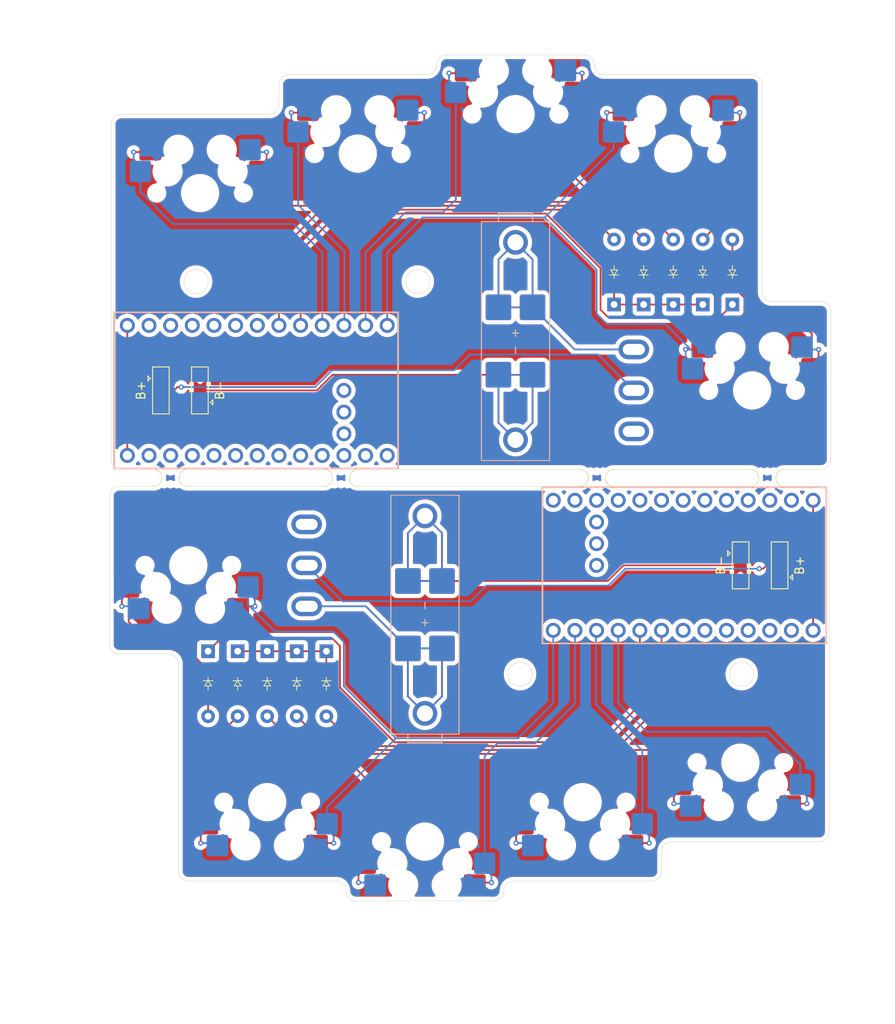
<source format=kicad_pcb>
(kicad_pcb (version 20241229) (generator "pcbnew") (generator_version "9.0")
  (layers (0 "F.Cu" signal) (2 "B.Cu" signal) (13 "F.Paste" user) (15 "B.Paste" user) (5 "F.SilkS" user "F.Silkscreen") (7 "B.SilkS" user "B.Silkscreen") (1 "F.Mask" user) (3 "B.Mask" user) (25 "Edge.Cuts" user))
  (net 0 "")
  (net 1 "left")
  (net 2 "B+")
  (net 3 "right")
  (net 4 "B-")
  (net 5 "Net-(BT1-+)")
  (net 6 "row_1")
  (net 7 "Net-(D1-A)")
  (net 8 "Net-(D2-A)")
  (net 9 "Net-(D3-A)")
  (net 10 "Net-(D4-A)")
  (net 11 "Net-(D5-A)")
  (net 12 "row_2")
  (net 13 "col_1")
  (net 14 "col_2")
  (net 15 "col_3")
  (net 16 "col_4")
  (footprint "lander03xD:mouse-bite-2mm-slot" (layer "F.Cu") (at 120 106)
    (property "Reference" "mouse-bite-2mm-slot" (hide yes))
    (property "Value" "VAL**" (hide yes))
  )
  (footprint "lander03xD:Promicro_nrf52840" (layer "F.Cu") (at 177.59375 116.25 -90)
    (property "Reference" "U1" (hide yes))
    (property "Value" "Promicro_NRF52840" (hide yes))
  )
  (footprint "ScottoKeebs_Components:Diode_DO-35" (layer "F.Cu") (at 175.5 85.685 90)
    (property "Reference" "D2" (hide yes))
    (property "Value" "Diode" (hide yes))
  )
  (footprint "ScottoKeebs_Components:Diode_DO-35" (layer "F.Cu") (at 138.28125 126.315 -90)
    (property "Reference" "D1" (hide yes))
    (property "Value" "Diode" (hide yes))
  )
  (footprint "lander03xD:Hotswap_MX_1.00u_reversible_18.5mm" (layer "F.Cu") (at 123.46875 72.625)
    (property "Reference" "S1" (hide yes))
    (property "Value" "Keyswitch")
  )
  (footprint "Jumper:SolderJumper-3_P2.0mm_Open_TrianglePad1.0x1.5mm" (layer "F.Cu") (at 118.84375 95.75 -90)
    (property "Reference" "B+")
    (property "Value" "SolderJumper_3_Open")
  )
  (footprint "lander03xD:mouse-bite-2mm-slot" (layer "F.Cu") (at 190 106)
    (property "Reference" "mouse-bite-2mm-slot" (hide yes))
    (property "Value" "VAL**" (hide yes))
  )
  (footprint "lander03xD:Hotswap_MX_1.00u_reversible_18.5mm" (layer "F.Cu") (at 168.34375 144 180)
    (property "Reference" "S2" (hide yes))
    (property "Value" "Keyswitch")
  )
  (footprint "lander03xD:Promicro_nrf52840" (layer "F.Cu") (at 132.71875 95.75 90)
    (property "Reference" "U1" (hide yes))
    (property "Value" "Promicro_NRF52840" (hide yes))
  )
  (footprint "lander03xD:Hotswap_MX_1.00u_reversible_18.5mm" (layer "F.Cu") (at 149.84375 148.625 180)
    (property "Reference" "S3" (hide yes))
    (property "Value" "Keyswitch")
  )
  (footprint "lander03xD:SbM-9202_14250_battery_holder" (layer "F.Cu") (at 149.84375 122.03125 -90)
    (property "Reference" "BT1" (hide yes))
    (property "Value" "Battery_Cell")
  )
  (footprint "ScottoKeebs_Components:Diode_DO-35" (layer "F.Cu") (at 182.4375 85.685 90)
    (property "Reference" "D4" (hide yes))
    (property "Value" "Diode" (hide yes))
  )
  (footprint "lander03xD:SW_Vertical_Slide_5mm" (layer "F.Cu") (at 174.34375 95.75 90)
    (property "Reference" "SW1" (hide yes))
    (property "Value" "SW_SPDT_312" (hide yes))
  )
  (footprint "ScottoKeebs_Components:Diode_DO-35" (layer "F.Cu") (at 134.8125 126.315 -90)
    (property "Reference" "D2" (hide yes))
    (property "Value" "Diode" (hide yes))
  )
  (footprint "lander03xD:mouse-bite-2mm-slot" (layer "F.Cu") (at 170 106)
    (property "Reference" "mouse-bite-2mm-slot" (hide yes))
    (property "Value" "VAL**" (hide yes))
  )
  (footprint "ScottoKeebs_Components:Diode_DO-35" (layer "F.Cu") (at 178.96875 85.685 90)
    (property "Reference" "D3" (hide yes))
    (property "Value" "Diode" (hide yes))
  )
  (footprint "Jumper:SolderJumper-3_P2.0mm_Open_TrianglePad1.0x1.5mm" (layer "F.Cu") (at 191.46875 116.25 90)
    (property "Reference" "B+")
    (property "Value" "SolderJumper_3_Open")
  )
  (footprint "Jumper:SolderJumper-3_P2.0mm_Open_TrianglePad1.0x1.5mm" (layer "F.Cu") (at 123.46875 95.75 90)
    (property "Reference" "B-")
    (property "Value" "SolderJumper_3_Open")
  )
  (footprint "lander03xD:SbM-9202_14250_battery_holder" (layer "F.Cu") (at 160.46875 89.96875 90)
    (property "Reference" "BT1" (hide yes))
    (property "Value" "Battery_Cell")
  )
  (footprint "lander03xD:Hotswap_MX_1.00u_reversible_18.5mm" (layer "F.Cu") (at 186.84375 139.375 180)
    (property "Reference" "S1" (hide yes))
    (property "Value" "Keyswitch")
  )
  (footprint "ScottoKeebs_Components:Diode_DO-35" (layer "F.Cu") (at 127.875 126.315 -90)
    (property "Reference" "D4" (hide yes))
    (property "Value" "Diode" (hide yes))
  )
  (footprint "lander03xD:SW_Vertical_Slide_5mm" (layer "F.Cu") (at 135.96875 116.25 -90)
    (property "Reference" "SW1" (hide yes))
    (property "Value" "SW_SPDT_312" (hide yes))
  )
  (footprint "lander03xD:Hotswap_MX_1.00u_reversible_18.5mm" (layer "F.Cu") (at 178.96875 68)
    (property "Reference" "S4" (hide yes))
    (property "Value" "Keyswitch")
  )
  (footprint "ScottoKeebs_Components:Diode_DO-35" (layer "F.Cu") (at 185.90625 85.685 90)
    (property "Reference" "D5" (hide yes))
    (property "Value" "Diode" (hide yes))
  )
  (footprint "lander03xD:Hotswap_MX_1.00u_reversible_18.5mm" (layer "F.Cu") (at 188.21875 95.75)
    (property "Reference" "S5" (hide yes))
    (property "Value" "Keyswitch")
  )
  (footprint "Jumper:SolderJumper-3_P2.0mm_Open_TrianglePad1.0x1.5mm" (layer "F.Cu") (at 186.84375 116.25 -90)
    (property "Reference" "B-")
    (property "Value" "SolderJumper_3_Open")
  )
  (footprint "ScottoKeebs_Components:Diode_DO-35" (layer "F.Cu") (at 131.34375 126.315 -90)
    (property "Reference" "D3" (hide yes))
    (property "Value" "Diode" (hide yes))
  )
  (footprint "lander03xD:mouse-bite-2mm-slot" (layer "F.Cu") (at 140 106)
    (property "Reference" "mouse-bite-2mm-slot" (hide yes))
    (property "Value" "VAL**" (hide yes))
  )
  (footprint "lander03xD:Hotswap_MX_1.00u_reversible_18.5mm" (layer "F.Cu") (at 160.46875 63.375)
    (property "Reference" "S3" (hide yes))
    (property "Value" "Keyswitch")
  )
  (footprint "lander03xD:Hotswap_MX_1.00u_reversible_18.5mm" (layer "F.Cu") (at 131.34375 144 180)
    (property "Reference" "S4" (hide yes))
    (property "Value" "Keyswitch")
  )
  (footprint "lander03xD:Hotswap_MX_1.00u_reversible_18.5mm" (layer "F.Cu") (at 122.09375 116.25 180)
    (property "Reference" "S5" (hide yes))
    (property "Value" "Keyswitch")
  )
  (footprint "ScottoKeebs_Components:Diode_DO-35" (layer "F.Cu") (at 172.03125 85.685 90)
    (property "Reference" "D1" (hide yes))
    (property "Value" "Diode" (hide yes))
  )
  (footprint "ScottoKeebs_Components:Diode_DO-35" (layer "F.Cu") (at 124.40625 126.315 -90)
    (property "Reference" "D5" (hide yes))
    (property "Value" "Diode" (hide yes))
  )
  (footprint "lander03xD:Hotswap_MX_1.00u_reversible_18.5mm" (layer "F.Cu") (at 141.96875 68)
    (property "Reference" "S2" (hide yes))
    (property "Value" "Keyswitch")
  )
  (gr_arc (start 114.21875 105) (mid 113.401158 104.661342) (end 113.0625 103.84375) (stroke (width 0.05)) (layer "Edge.Cuts"))
  (gr_arc (start 190.53125 85.34375) (mid 189.713658 85.005092) (end 189.375 84.1875) (stroke (width 0.05)) (layer "Edge.Cuts"))
  (gr_line (start 114 107) (end 118 107) (stroke (width 0.05)) (layer "Edge.Cuts"))
  (gr_line (start 132.71875 62.21875) (end 132.71875 59.90625) (stroke (width 0.05)) (layer "Edge.Cuts"))
  (gr_arc (start 114 126.65625) (mid 113.182408 126.317592) (end 112.84375 125.5) (stroke (width 0.05)) (layer "Edge.Cuts"))
  (gr_arc (start 196.3125 85.34375) (mid 197.130092 85.682408) (end 197.46875 86.5) (stroke (width 0.05)) (layer "Edge.Cuts"))
  (gr_arc (start 112.84375 108.15625) (mid 113.182408 107.338658) (end 114 107) (stroke (width 0.05)) (layer "Edge.Cuts"))
  (gr_arc (start 159.093749 154.40625) (mid 158.755083 155.22385) (end 157.937475 155.562499) (stroke (width 0.05)) (layer "Edge.Cuts"))
  (gr_line (start 192 105) (end 196.3125 105) (stroke (width 0.05)) (layer "Edge.Cuts"))
  (gr_line (start 189.375 59.90625) (end 189.375 84.1875) (stroke (width 0.05)) (layer "Edge.Cuts"))
  (gr_circle (center 187 129) (end 188 128) (stroke (width 0.05)) (fill no) (layer "Edge.Cuts"))
  (gr_arc (start 192 107) (mid 191 106) (end 192 105) (stroke (width 0.05)) (layer "Edge.Cuts"))
  (gr_line (start 168 107) (end 142 107) (stroke (width 0.05)) (layer "Edge.Cuts"))
  (gr_line (start 172 105) (end 188 105) (stroke (width 0.05)) (layer "Edge.Cuts"))
  (gr_line (start 170.875 58.75) (end 188.21875 58.75) (stroke (width 0.05)) (layer "Edge.Cuts"))
  (gr_arc (start 177.593749 152.09375) (mid 177.255092 152.911342) (end 176.4375 153.249999) (stroke (width 0.05)) (layer "Edge.Cuts"))
  (gr_circle (center 149 83) (end 150 82) (stroke (width 0.05)) (fill no) (layer "Edge.Cuts"))
  (gr_line (start 139.4375 153.25) (end 122.09375 153.25) (stroke (width 0.05)) (layer "Edge.Cuts"))
  (gr_line (start 119.78125 126.65625) (end 114 126.65625) (stroke (width 0.05)) (layer "Edge.Cuts"))
  (gr_line (start 177.59375 149.78125) (end 177.59375 152.09375) (stroke (width 0.05)) (layer "Edge.Cuts"))
  (gr_arc (start 118 105) (mid 119 106) (end 118 107) (stroke (width 0.05)) (layer "Edge.Cuts"))
  (gr_line (start 122 105) (end 138 105) (stroke (width 0.05)) (layer "Edge.Cuts"))
  (gr_line (start 152.375025 56.4375) (end 168.562475 56.437499) (stroke (width 0.05)) (layer "Edge.Cuts"))
  (gr_arc (start 138 105) (mid 139 106) (end 138 107) (stroke (width 0.05)) (layer "Edge.Cuts"))
  (gr_arc (start 168 105) (mid 169 106) (end 168 107) (stroke (width 0.05)) (layer "Edge.Cuts"))
  (gr_line (start 196.082998 148.625) (end 178.75 148.625) (stroke (width 0.05)) (layer "Edge.Cuts"))
  (gr_arc (start 151.218751 57.59375) (mid 151.557417 56.77615) (end 152.375025 56.437501) (stroke (width 0.05)) (layer "Edge.Cuts"))
  (gr_arc (start 188.21875 58.75) (mid 189.036342 59.088658) (end 189.375 59.90625) (stroke (width 0.05)) (layer "Edge.Cuts"))
  (gr_arc (start 196.09375 107) (mid 196.911342 107.338658) (end 197.25 108.15625) (stroke (width 0.05)) (layer "Edge.Cuts"))
  (gr_arc (start 119.78125 126.65625) (mid 120.598842 126.994908) (end 120.9375 127.8125) (stroke (width 0.05)) (layer "Edge.Cuts"))
  (gr_arc (start 197.46875 103.84375) (mid 197.130092 104.661342) (end 196.3125 105) (stroke (width 0.05)) (layer "Edge.Cuts"))
  (gr_line (start 120.9375 152.09375) (end 120.9375 127.8125) (stroke (width 0.05)) (layer "Edge.Cuts"))
  (gr_line (start 197.25 108.15625) (end 197.25 147.46875) (stroke (width 0.05)) (layer "Edge.Cuts"))
  (gr_arc (start 142 107) (mid 141 106) (end 142 105) (stroke (width 0.05)) (layer "Edge.Cuts"))
  (gr_line (start 133.87505 58.750001) (end 150.0625 58.750001) (stroke (width 0.05)) (layer "Edge.Cuts"))
  (gr_line (start 112.84375 125.5) (end 112.84375 108.15625) (stroke (width 0.05)) (layer "Edge.Cuts"))
  (gr_arc (start 159.093749 154.40625) (mid 159.432407 153.588657) (end 160.25 153.249999) (stroke (width 0.05)) (layer "Edge.Cuts"))
  (gr_arc (start 132.71875 62.21875) (mid 132.380092 63.036342) (end 131.5625 63.375) (stroke (width 0.05)) (layer "Edge.Cuts"))
  (gr_arc (start 113.0625 64.53125) (mid 113.404968 63.709865) (end 114.229502 63.37505) (stroke (width 0.05)) (layer "Edge.Cuts"))
  (gr_line (start 142 105) (end 168 105) (stroke (width 0.05)) (layer "Edge.Cuts"))
  (gr_line (start 176.43745 153.249999) (end 160.25 153.249999) (stroke (width 0.05)) (layer "Edge.Cuts"))
  (gr_arc (start 197.25 147.46875) (mid 196.907532 148.290135) (end 196.082998 148.62495) (stroke (width 0.05)) (layer "Edge.Cuts"))
  (gr_arc (start 172 107) (mid 171 106) (end 172 105) (stroke (width 0.05)) (layer "Edge.Cuts"))
  (gr_arc (start 170.875 58.75) (mid 170.057408 58.411342) (end 169.71875 57.59375) (stroke (width 0.05)) (layer "Edge.Cuts"))
  (gr_arc (start 139.4375 153.25) (mid 140.255092 153.588658) (end 140.59375 154.40625) (stroke (width 0.05)) (layer "Edge.Cuts"))
  (gr_arc (start 122.09375 153.25) (mid 121.276158 152.911342) (end 120.9375 152.09375) (stroke (width 0.05)) (layer "Edge.Cuts"))
  (gr_line (start 192 107) (end 196.09375 107) (stroke (width 0.05)) (layer "Edge.Cuts"))
  (gr_arc (start 132.718751 59.90625) (mid 133.057408 59.088658) (end 133.875 58.750001) (stroke (width 0.05)) (layer "Edge.Cuts"))
  (gr_arc (start 168.562475 56.437499) (mid 169.380084 56.776148) (end 169.718751 57.59375) (stroke (width 0.05)) (layer "Edge.Cuts"))
  (gr_line (start 197.46875 86.5) (end 197.46875 103.84375) (stroke (width 0.05)) (layer "Edge.Cuts"))
  (gr_line (start 114.21875 105) (end 118 105) (stroke (width 0.05)) (layer "Edge.Cuts"))
  (gr_line (start 114.229502 63.375) (end 131.5625 63.375) (stroke (width 0.05)) (layer "Edge.Cuts"))
  (gr_circle (center 161 129) (end 162 128) (stroke (width 0.05)) (fill no) (layer "Edge.Cuts"))
  (gr_line (start 157.937475 155.5625) (end 141.750025 155.562501) (stroke (width 0.05)) (layer "Edge.Cuts"))
  (gr_arc (start 122 107) (mid 121 106) (end 122 105) (stroke (width 0.05)) (layer "Edge.Cuts"))
  (gr_arc (start 177.59375 149.78125) (mid 177.932408 148.963658) (end 178.75 148.625) (stroke (width 0.05)) (layer "Edge.Cuts"))
  (gr_line (start 188 107) (end 172 107) (stroke (width 0.05)) (layer "Edge.Cuts"))
  (gr_line (start 190.53125 85.34375) (end 196.3125 85.34375) (stroke (width 0.05)) (layer "Edge.Cuts"))
  (gr_arc (start 151.218751 57.59375) (mid 150.880093 58.411343) (end 150.0625 58.750001) (stroke (width 0.05)) (layer "Edge.Cuts"))
  (gr_circle (center 123 83) (end 124 82) (stroke (width 0.05)) (fill no) (layer "Edge.Cuts"))
  (gr_line (start 138 107) (end 122 107) (stroke (width 0.05)) (layer "Edge.Cuts"))
  (gr_arc (start 188 105) (mid 189 106) (end 188 107) (stroke (width 0.05)) (layer "Edge.Cuts"))
  (gr_arc (start 141.750025 155.562501) (mid 140.932416 155.223852) (end 140.593749 154.40625) (stroke (width 0.05)) (layer "Edge.Cuts"))
  (gr_line (start 113.0625 103.84375) (end 113.0625 64.53125) (stroke (width 0.05)) (layer "Edge.Cuts"))
  (segment (start 191.46875 114.25) (end 186.84375 114.25) (width 0.2) (layer "F.Cu") (net 1))
  (segment (start 195.37375 110.345) (end 195.37375 108.63) (width 0.2) (layer "F.Cu") (net 1))
  (segment (start 114.93875 101.655) (end 114.93875 103.37) (width 0.2) (layer "F.Cu") (net 1))
  (segment (start 118.84375 97.75) (end 114.93875 101.655) (width 0.2) (layer "F.Cu") (net 1))
  (segment (start 118.84375 97.75) (end 123.46875 97.75) (width 0.2) (layer "F.Cu") (net 1))
  (segment (start 191.46875 114.25) (end 195.37375 110.345) (width 0.2) (layer "F.Cu") (net 1))
  (segment (start 189.05375 116.6425) (end 189.51125 116.6425) (width 0.2) (layer "F.Cu") (net 2))
  (segment (start 120.40875 95.75) (end 118.84375 95.75) (width 0.2) (layer "F.Cu") (net 2))
  (segment (start 189.90375 116.25) (end 191.46875 116.25) (width 0.2) (layer "F.Cu") (net 2))
  (segment (start 120.80125 95.3575) (end 120.40875 95.75) (width 0.2) (layer "F.Cu") (net 2))
  (segment (start 189.51125 116.6425) (end 189.90375 116.25) (width 0.2) (layer "F.Cu") (net 2))
  (segment (start 121.25875 95.3575) (end 120.80125 95.3575) (width 0.2) (layer "F.Cu") (net 2))
  (via (at 189.05375 116.6425) (size 0.6) (drill 0.3) (layers "F.Cu" "B.Cu") (net 2))
  (via (at 121.25875 95.3575) (size 0.6) (drill 0.3) (layers "F.Cu" "B.Cu") (net 2))
  (segment (start 174.34375 95.75) (end 170.13875 91.545) (width 0.2) (layer "B.Cu") (net 2))
  (segment (start 133.91625 95.3575) (end 121.25875 95.3575) (width 0.2) (layer "B.Cu") (net 2))
  (segment (start 138.79625 93.5275) (end 136.96625 95.3575) (width 0.2) (layer "B.Cu") (net 2))
  (segment (start 155.11375 91.545) (end 153.28375 93.375) (width 0.2) (layer "B.Cu") (net 2))
  (segment (start 170.13875 91.545) (end 157.40125 91.545) (width 0.2) (layer "B.Cu") (net 2))
  (segment (start 135.96875 116.25) (end 140.17375 120.455) (width 0.2) (layer "B.Cu") (net 2))
  (segment (start 136.96625 95.3575) (end 133.91625 95.3575) (width 0.2) (layer "B.Cu") (net 2))
  (segment (start 138.94875 93.375) (end 138.79625 93.5275) (width 0.2) (layer "B.Cu") (net 2))
  (segment (start 157.02875 118.625) (end 171.36375 118.625) (width 0.2) (layer "B.Cu") (net 2))
  (segment (start 176.39625 116.6425) (end 189.05375 116.6425) (width 0.2) (layer "B.Cu") (net 2))
  (segment (start 153.28375 93.375) (end 138.94875 93.375) (width 0.2) (layer "B.Cu") (net 2))
  (segment (start 152.91125 120.455) (end 155.19875 120.455) (width 0.2) (layer "B.Cu") (net 2))
  (segment (start 171.36375 118.625) (end 171.51625 118.4725) (width 0.2) (layer "B.Cu") (net 2))
  (segment (start 157.40125 91.545) (end 155.11375 91.545) (width 0.2) (layer "B.Cu") (net 2))
  (segment (start 173.34625 116.6425) (end 176.39625 116.6425) (width 0.2) (layer "B.Cu") (net 2))
  (segment (start 155.19875 120.455) (end 157.02875 118.625) (width 0.2) (layer "B.Cu") (net 2))
  (segment (start 140.17375 120.455) (end 152.91125 120.455) (width 0.2) (layer "B.Cu") (net 2))
  (segment (start 171.51625 118.4725) (end 173.34625 116.6425) (width 0.2) (layer "B.Cu") (net 2))
  (segment (start 118.84375 93.75) (end 123.46875 93.75) (width 0.2) (layer "F.Cu") (net 3))
  (segment (start 114.93875 89.845) (end 114.93875 88.13) (width 0.2) (layer "F.Cu") (net 3))
  (segment (start 191.46875 118.25) (end 195.37375 122.155) (width 0.2) (layer "F.Cu") (net 3))
  (segment (start 118.84375 93.75) (end 114.93875 89.845) (width 0.2) (layer "F.Cu") (net 3))
  (segment (start 191.46875 118.25) (end 186.84375 118.25) (width 0.2) (layer "F.Cu") (net 3))
  (segment (start 195.37375 122.155) (end 195.37375 123.87) (width 0.2) (layer "F.Cu") (net 3))
  (segment (start 147.84375 112.46125) (end 149.84375 110.46125) (width 0.2) (layer "F.Cu") (net 4))
  (segment (start 151.84375 118.08125) (end 151.84375 112.46125) (width 0.2) (layer "F.Cu") (net 4))
  (segment (start 158.46875 93.91875) (end 158.46875 99.53875) (width 0.2) (layer "F.Cu") (net 4))
  (segment (start 137.18375 95.75) (end 139.015 93.91875) (width 0.2) (layer "F.Cu") (net 4))
  (segment (start 162.46875 99.53875) (end 160.46875 101.53875) (width 0.2) (layer "F.Cu") (net 4))
  (segment (start 151.84375 118.08125) (end 147.84375 118.08125) (width 0.2) (layer "F.Cu") (net 4))
  (segment (start 162.46875 93.91875) (end 162.46875 99.53875) (width 0.2) (layer "F.Cu") (net 4))
  (segment (start 171.2975 118.08125) (end 151.84375 118.08125) (width 0.2) (layer "F.Cu") (net 4))
  (segment (start 147.84375 118.08125) (end 147.84375 112.46125) (width 0.2) (layer "F.Cu") (net 4))
  (segment (start 123.46875 95.75) (end 137.18375 95.75) (width 0.2) (layer "F.Cu") (net 4))
  (segment (start 173.12875 116.25) (end 171.2975 118.08125) (width 0.2) (layer "F.Cu") (net 4))
  (segment (start 139.015 93.91875) (end 158.46875 93.91875) (width 0.2) (layer "F.Cu") (net 4))
  (segment (start 186.84375 116.25) (end 173.12875 116.25) (width 0.2) (layer "F.Cu") (net 4))
  (segment (start 151.84375 112.46125) (end 149.84375 110.46125) (width 0.2) (layer "F.Cu") (net 4))
  (segment (start 158.46875 93.91875) (end 162.46875 93.91875) (width 0.2) (layer "F.Cu") (net 4))
  (segment (start 158.46875 99.53875) (end 160.46875 101.53875) (width 0.2) (layer "F.Cu") (net 4))
  (segment (start 149.84375 110.46125) (end 147.84375 112.46125) (width 0.2) (layer "B.Cu") (net 4))
  (segment (start 160.46875 101.53875) (end 162.46875 99.53875) (width 0.2) (layer "B.Cu") (net 4))
  (segment (start 158.46875 93.91875) (end 162.46875 93.91875) (width 0.2) (layer "B.Cu") (net 4))
  (segment (start 158.46875 99.53875) (end 160.46875 101.53875) (width 0.2) (layer "B.Cu") (net 4))
  (segment (start 147.84375 112.46125) (end 147.84375 118.08125) (width 0.2) (layer "B.Cu") (net 4))
  (segment (start 158.46875 93.91875) (end 158.46875 99.53875) (width 0.2) (layer "B.Cu") (net 4))
  (segment (start 147.84375 118.08125) (end 151.84375 118.08125) (width 0.2) (layer "B.Cu") (net 4))
  (segment (start 149.84375 110.46125) (end 151.84375 112.46125) (width 0.2) (layer "B.Cu") (net 4))
  (segment (start 151.84375 112.46125) (end 151.84375 118.08125) (width 0.2) (layer "B.Cu") (net 4))
  (segment (start 162.46875 99.53875) (end 162.46875 93.91875) (width 0.2) (layer "B.Cu") (net 4))
  (segment (start 151.84375 131.60125) (end 149.84375 133.60125) (width 0.2) (layer "F.Cu") (net 5))
  (segment (start 158.46875 86.01875) (end 162.46875 86.01875) (width 0.2) (layer "F.Cu") (net 5))
  (segment (start 174.34375 90.95) (end 167.4 90.95) (width 0.2) (layer "F.Cu") (net 5))
  (segment (start 147.84375 131.60125) (end 149.84375 133.60125) (width 0.2) (layer "F.Cu") (net 5))
  (segment (start 167.4 90.95) (end 162.46875 86.01875) (width 0.2) (layer "F.Cu") (net 5))
  (segment (start 147.84375 125.98125) (end 147.84375 131.60125) (width 0.2) (layer "F.Cu") (net 5))
  (segment (start 142.9125 121.05) (end 147.84375 125.98125) (width 0.2) (layer "F.Cu") (net 5))
  (segment (start 158.46875 86.01875) (end 158.46875 80.39875) (width 0.2) (layer "F.Cu") (net 5))
  (segment (start 135.96875 121.05) (end 142.9125 121.05) (width 0.2) (layer "F.Cu") (net 5))
  (segment (start 151.84375 125.98125) (end 147.84375 125.98125) (width 0.2) (layer "F.Cu") (net 5))
  (segment (start 162.46875 86.01875) (end 162.46875 80.39875) (width 0.2) (layer "F.Cu") (net 5))
  (segment (start 162.46875 80.39875) (end 160.46875 78.39875) (width 0.2) (layer "F.Cu") (net 5))
  (segment (start 158.46875 80.39875) (end 160.46875 78.39875) (width 0.2) (layer "F.Cu") (net 5))
  (segment (start 151.84375 125.98125) (end 151.84375 131.60125) (width 0.2) (layer "F.Cu") (net 5))
  (segment (start 147.84375 125.98125) (end 142.9125 121.05) (width 0.2) (layer "B.Cu") (net 5))
  (segment (start 147.84375 125.98125) (end 151.84375 125.98125) (width 0.2) (layer "B.Cu") (net 5))
  (segment (start 162.46875 86.01875) (end 167.4 90.95) (width 0.2) (layer "B.Cu") (net 5))
  (segment (start 162.46875 80.39875) (end 162.46875 86.01875) (width 0.2) (layer "B.Cu") (net 5))
  (segment (start 160.46875 78.39875) (end 158.46875 80.39875) (width 0.2) (layer "B.Cu") (net 5))
  (segment (start 167.4 90.95) (end 174.34375 90.95) (width 0.2) (layer "B.Cu") (net 5))
  (segment (start 160.46875 78.39875) (end 162.46875 80.39875) (width 0.2) (layer "B.Cu") (net 5))
  (segment (start 142.9125 121.05) (end 135.96875 121.05) (width 0.2) (layer "B.Cu") (net 5))
  (segment (start 147.84375 125.98125) (end 147.84375 131.60125) (width 0.2) (layer "B.Cu") (net 5))
  (segment (start 158.46875 86.01875) (end 162.46875 86.01875) (width 0.2) (layer "B.Cu") (net 5))
  (segment (start 151.84375 131.60125) (end 149.84375 133.60125) (width 0.2) (layer "B.Cu") (net 5))
  (segment (start 158.46875 80.39875) (end 158.46875 86.01875) (width 0.2) (layer "B.Cu") (net 5))
  (segment (start 151.84375 125.98125) (end 151.84375 131.60125) (width 0.2) (layer "B.Cu") (net 5))
  (segment (start 147.84375 131.60125) (end 149.84375 133.60125) (width 0.2) (layer "B.Cu") (net 5))
  (segment (start 131.34375 126.315) (end 134.8125 126.315) (width 0.2) (layer "F.Cu") (net 6))
  (segment (start 175.5 85.685) (end 172.03125 85.685) (width 0.2) (layer "F.Cu") (net 6))
  (segment (start 134.8125 126.315) (end 138.28125 126.315) (width 0.2) (layer "F.Cu") (net 6))
  (segment (start 172.03125 80.7375) (end 165.86375 74.57) (width 0.2) (layer "F.Cu") (net 6))
  (segment (start 132.71875 79.5025) (end 132.71875 88.13) (width 0.2) (layer "F.Cu") (net 6))
  (segment (start 177.59375 132.4975) (end 177.59375 123.87) (width 0.2) (layer "F.Cu") (net 6))
  (segment (start 172.66125 137.43) (end 177.59375 132.4975) (width 0.2) (layer "F.Cu") (net 6))
  (segment (start 138.28125 126.315) (end 138.28125 131.2625) (width 0.2) (layer "F.Cu") (net 6))
  (segment (start 144.44875 137.43) (end 172.66125 137.43) (width 0.2) (layer "F.Cu") (net 6))
  (segment (start 178.96875 85.685) (end 175.5 85.685) (width 0.2) (layer "F.Cu") (net 6))
  (segment (start 127.875 126.315) (end 131.34375 126.315) (width 0.2) (layer "F.Cu") (net 6))
  (segment (start 182.4375 85.685) (end 178.96875 85.685) (width 0.2) (layer "F.Cu") (net 6))
  (segment (start 137.65125 74.57) (end 132.71875 79.5025) (width 0.2) (layer "F.Cu") (net 6))
  (segment (start 172.03125 85.685) (end 172.03125 80.7375) (width 0.2) (layer "F.Cu") (net 6))
  (segment (start 138.28125 131.2625) (end 144.44875 137.43) (width 0.2) (layer "F.Cu") (net 6))
  (segment (start 165.86375 74.57) (end 137.65125 74.57) (width 0.2) (layer "F.Cu") (net 6))
  (segment (start 130.46875 73.1825) (end 130.46875 70.085) (width 0.2) (layer "F.Cu") (net 7))
  (segment (start 178.91375 137.8875) (end 179.84375 138.8175) (width 0.2) (layer "F.Cu") (net 7))
  (segment (start 131.39875 74.1125) (end 130.46875 73.1825) (width 0.2) (layer "F.Cu") (net 7))
  (segment (start 138.28125 133.935) (end 142.23375 137.8875) (width 0.2) (layer "F.Cu") (net 7))
  (segment (start 168.07875 74.1125) (end 131.39875 74.1125) (width 0.2) (layer "F.Cu") (net 7))
  (segment (start 142.23375 137.8875) (end 178.91375 137.8875) (width 0.2) (layer "F.Cu") (net 7))
  (segment (start 179.84375 138.8175) (end 179.84375 141.915) (width 0.2) (layer "F.Cu") (net 7))
  (segment (start 172.03125 78.065) (end 168.07875 74.1125) (width 0.2) (layer "F.Cu") (net 7))
  (segment (start 159.54625 138.345) (end 161.34375 140.1425) (width 0.2) (layer "F.Cu") (net 8))
  (segment (start 139.2225 138.345) (end 159.54625 138.345) (width 0.2) (layer "F.Cu") (net 8))
  (segment (start 161.34375 140.1425) (end 161.34375 146.54) (width 0.2) (layer "F.Cu") (net 8))
  (segment (start 148.96875 71.8575) (end 148.96875 65.46) (width 0.2) (layer "F.Cu") (net 8))
  (segment (start 134.8125 133.935) (end 139.2225 138.345) (width 0.2) (layer "F.Cu") (net 8))
  (segment (start 150.76625 73.655) (end 148.96875 71.8575) (width 0.2) (layer "F.Cu") (net 8))
  (segment (start 175.5 78.065) (end 171.09 73.655) (width 0.2) (layer "F.Cu") (net 8))
  (segment (start 171.09 73.655) (end 150.76625 73.655) (width 0.2) (layer "F.Cu") (net 8))
  (segment (start 178.96875 78.065) (end 174.10125 73.1975) (width 0.2) (layer "F.Cu") (net 9))
  (segment (start 131.34375 133.935) (end 136.21125 138.8025) (width 0.2) (layer "F.Cu") (net 9))
  (segment (start 136.21125 138.8025) (end 140.48375 138.8025) (width 0.2) (layer "F.Cu") (net 9))
  (segment (start 142.84375 141.1625) (end 142.84375 151.165) (width 0.2) (layer "F.Cu") (net 9))
  (segment (start 169.82875 73.1975) (end 167.46875 70.8375) (width 0.2) (layer "F.Cu") (net 9))
  (segment (start 140.48375 138.8025) (end 142.84375 141.1625) (width 0.2) (layer "F.Cu") (net 9))
  (segment (start 167.46875 70.8375) (end 167.46875 60.835) (width 0.2) (layer "F.Cu") (net 9))
  (segment (start 174.10125 73.1975) (end 169.82875 73.1975) (width 0.2) (layer "F.Cu") (net 9))
  (segment (start 124.34375 137.46625) (end 124.34375 146.54) (width 0.2) (layer "F.Cu") (net 10))
  (segment (start 185.96875 74.53375) (end 185.96875 65.46) (width 0.2) (layer "F.Cu") (net 10))
  (segment (start 127.875 133.935) (end 124.34375 137.46625) (width 0.2) (layer "F.Cu") (net 10))
  (segment (start 182.4375 78.065) (end 185.96875 74.53375) (width 0.2) (layer "F.Cu") (net 10))
  (segment (start 195.21875 93.21) (end 195.21875 89.1325) (width 0.2) (layer "F.Cu") (net 11))
  (segment (start 194.38125 88.295) (end 190.72125 88.295) (width 0.2) (layer "F.Cu") (net 11))
  (segment (start 115.93125 123.705) (end 119.59125 123.705) (width 0.2) (layer "F.Cu") (net 11))
  (segment (start 115.09375 118.79) (end 115.09375 122.8675) (width 0.2) (layer "F.Cu") (net 11))
  (segment (start 190.72125 88.295) (end 185.90625 83.48) (width 0.2) (layer "F.Cu") (net 11))
  (segment (start 195.21875 89.1325) (end 194.38125 88.295) (width 0.2) (layer "F.Cu") (net 11))
  (segment (start 124.40625 128.52) (end 124.40625 133.935) (width 0.2) (layer "F.Cu") (net 11))
  (segment (start 119.59125 123.705) (end 124.40625 128.52) (width 0.2) (layer "F.Cu") (net 11))
  (segment (start 115.09375 122.8675) (end 115.93125 123.705) (width 0.2) (layer "F.Cu") (net 11))
  (segment (start 185.90625 83.48) (end 185.90625 78.065) (width 0.2) (layer "F.Cu") (net 11))
  (segment (start 139.87375 130.5675) (end 146.27875 136.9725) (width 0.2) (layer "F.Cu") (net 12))
  (segment (start 139.87375 125.7055) (end 139.87375 130.5675) (width 0.2) (layer "F.Cu") (net 12))
  (segment (start 125.94875 124.7725) (end 138.94075 124.7725) (width 0.2) (layer "F.Cu") (net 12))
  (segment (start 138.94075 124.7725) (end 139.87375 125.7055) (width 0.2) (layer "F.Cu") (net 12))
  (segment (start 170.43875 86.2945) (end 170.43875 81.4325) (width 0.2) (layer "F.Cu") (net 12))
  (segment (start 146.27875 136.9725) (end 170.67875 136.9725) (width 0.2) (layer "F.Cu") (net 12))
  (segment (start 171.37175 87.2275) (end 170.43875 86.2945) (width 0.2) (layer "F.Cu") (net 12))
  (segment (start 135.25875 79.4025) (end 135.25875 88.13) (width 0.2) (layer "F.Cu") (net 12))
  (segment (start 164.03375 75.0275) (end 139.63375 75.0275) (width 0.2) (layer "F.Cu") (net 12))
  (segment (start 175.05375 132.5975) (end 175.05375 123.87) (width 0.2) (layer "F.Cu") (net 12))
  (segment (start 170.43875 81.4325) (end 164.03375 75.0275) (width 0.2) (layer "F.Cu") (net 12))
  (segment (start 185.90625 85.685) (end 184.36375 87.2275) (width 0.2) (layer "F.Cu") (net 12))
  (segment (start 184.36375 87.2275) (end 171.37175 87.2275) (width 0.2) (layer "F.Cu") (net 12))
  (segment (start 170.67875 136.9725) (end 175.05375 132.5975) (width 0.2) (layer "F.Cu") (net 12))
  (segment (start 124.40625 126.315) (end 125.94875 124.7725) (width 0.2) (layer "F.Cu") (net 12))
  (segment (start 139.63375 75.0275) (end 135.25875 79.4025) (width 0.2) (layer "F.Cu") (net 12))
  (segment (start 190.035076 135.7525) (end 175.86375 135.7525) (width 0.2) (layer "B.Cu") (net 13))
  (segment (start 193.84375 141.915) (end 193.84375 139.561174) (width 0.2) (layer "B.Cu") (net 13))
  (segment (start 134.44875 76.2475) (end 137.79875 79.5975) (width 0.2) (layer "B.Cu") (net 13))
  (segment (start 193.84375 139.561174) (end 190.035076 135.7525) (width 0.2) (layer "B.Cu") (net 13))
  (segment (start 172.51375 132.4025) (end 172.51375 123.87) (width 0.2) (layer "B.Cu") (net 13))
  (segment (start 120.277424 76.2475) (end 134.44875 76.2475) (width 0.2) (layer "B.Cu") (net 13))
  (segment (start 137.79875 79.5975) (end 137.79875 88.13) (width 0.2) (layer "B.Cu") (net 13))
  (segment (start 116.46875 70.085) (end 116.46875 72.438826) (width 0.2) (layer "B.Cu") (net 13))
  (segment (start 175.86375 135.7525) (end 172.51375 132.4025) (width 0.2) (layer "B.Cu") (net 13))
  (segment (start 116.46875 72.438826) (end 120.277424 76.2475) (width 0.2) (layer "B.Cu") (net 13))
  (segment (start 140.33875 88.13) (end 140.39625 88.0725) (width 0.2) (layer "B.Cu") (net 14))
  (segment (start 175.34375 137.9775) (end 175.34375 146.54) (width 0.2) (layer "B.Cu") (net 14))
  (segment (start 140.39625 79.45) (end 134.96875 74.0225) (width 0.2) (layer "B.Cu") (net 14))
  (segment (start 169.97375 123.87) (end 169.91625 123.9275) (width 0.2) (layer "B.Cu") (net 14))
  (segment (start 140.39625 88.0725) (end 140.39625 79.45) (width 0.2) (layer "B.Cu") (net 14))
  (segment (start 134.96875 74.0225) (end 134.96875 65.46) (width 0.2) (layer "B.Cu") (net 14))
  (segment (start 169.91625 123.9275) (end 169.91625 132.55) (width 0.2) (layer "B.Cu") (net 14))
  (segment (start 169.91625 132.55) (end 175.34375 137.9775) (width 0.2) (layer "B.Cu") (net 14))
  (segment (start 142.87875 79.56) (end 147.56375 74.875) (width 0.2) (layer "B.Cu") (net 15))
  (segment (start 153.46875 73.3925) (end 153.46875 60.835) (width 0.2) (layer "B.Cu") (net 15))
  (segment (start 167.43375 132.44) (end 162.74875 137.125) (width 0.2) (layer "B.Cu") (net 15))
  (segment (start 147.56375 74.875) (end 151.98625 74.875) (width 0.2) (layer "B.Cu") (net 15))
  (segment (start 167.43375 123.87) (end 167.43375 132.44) (width 0.2) (layer "B.Cu") (net 15))
  (segment (start 158.32625 137.125) (end 156.84375 138.6075) (width 0.2) (layer "B.Cu") (net 15))
  (segment (start 142.87875 88.13) (end 142.87875 79.56) (width 0.2) (layer "B.Cu") (net 15))
  (segment (start 162.74875 137.125) (end 158.32625 137.125) (width 0.2) (layer "B.Cu") (net 15))
  (segment (start 151.98625 74.875) (end 153.46875 73.3925) (width 0.2) (layer "B.Cu") (net 15))
  (segment (start 156.84375 138.6075) (end 156.84375 151.165) (width 0.2) (layer "B.Cu") (net 15))
  (segment (start 140.33125 125.23) (end 139.11125 124.01) (width 0.2) (layer "B.Cu") (net 16))
  (segment (start 145.41875 88.13) (end 145.41875 79.6125) (width 0.2) (layer "B.Cu") (net 16))
  (segment (start 163.88125 75.485) (end 169.98125 81.585) (width 0.2) (layer "B.Cu") (net 16))
  (segment (start 146.43125 136.515) (end 138.34375 144.6025) (width 0.2) (layer "B.Cu") (net 16))
  (segment (start 164.89375 123.87) (end 164.89375 132.3875) (width 0.2) (layer "B.Cu") (net 16))
  (segment (start 138.34375 144.6025) (end 138.34375 146.54) (width 0.2) (layer "B.Cu") (net 16))
  (segment (start 139.11125 124.01) (end 132.24875 124.01) (width 0.2) (layer "B.Cu") (net 16))
  (segment (start 140.33125 130.415) (end 140.33125 125.23) (width 0.2) (layer "B.Cu") (net 16))
  (segment (start 171.96875 67.3975) (end 171.96875 65.46) (width 0.2) (layer "B.Cu") (net 16))
  (segment (start 146.43125 136.515) (end 140.33125 130.415) (width 0.2) (layer "B.Cu") (net 16))
  (segment (start 145.41875 79.6125) (end 149.54625 75.485) (width 0.2) (layer "B.Cu") (net 16))
  (segment (start 169.98125 86.77) (end 171.20125 87.99) (width 0.2) (layer "B.Cu") (net 16))
  (segment (start 169.98125 81.585) (end 169.98125 86.77) (width 0.2) (layer "B.Cu") (net 16))
  (segment (start 171.20125 87.99) (end 178.06375 87.99) (width 0.2) (layer "B.Cu") (net 16))
  (segment (start 178.06375 87.99) (end 181.21875 91.145) (width 0.2) (layer "B.Cu") (net 16))
  (segment (start 164.89375 132.3875) (end 160.76625 136.515) (width 0.2) (layer "B.Cu") (net 16))
  (segment (start 129.09375 120.855) (end 129.09375 118.79) (width 0.2) (layer "B.Cu") (net 16))
  (segment (start 163.88125 75.485) (end 171.96875 67.3975) (width 0.2) (layer "B.Cu") (net 16))
  (segment (start 181.21875 91.145) (end 181.21875 93.21) (width 0.2) (layer "B.Cu") (net 16))
  (segment (start 160.76625 136.515) (end 146.43125 136.515) (width 0.2) (layer "B.Cu") (net 16))
  (segment (start 149.54625 75.485) (end 163.88125 75.485) (width 0.2) (layer "B.Cu") (net 16))
  (segment (start 132.24875 124.01) (end 129.09375 120.855) (width 0.2) (layer "B.Cu") (net 16))
  (zone (net 0) (net_name "") (layers "F.Cu" "B.Cu") (connect_pads (clearance 0.5)) (min_thickness 0.25) (fill yes (thermal_gap 0.5) (thermal_bridge_width 0.5) (island_removal_mode 1) (island_area_min 10))
    (polygon (pts (xy 100 50) (xy 100 170) (xy 205 170) (xy 205 50)))
  )
)
</source>
